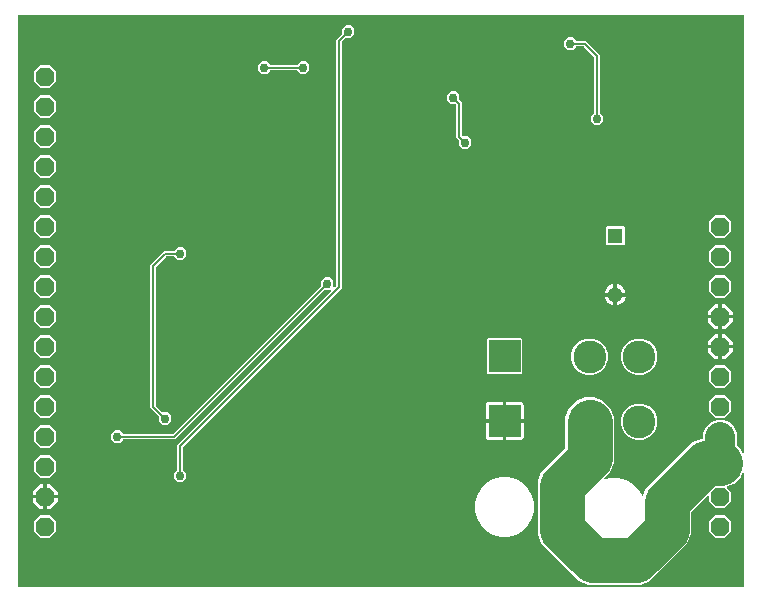
<source format=gbr>
G04 EAGLE Gerber RS-274X export*
G75*
%MOMM*%
%FSLAX34Y34*%
%LPD*%
%INBottom Copper*%
%IPPOS*%
%AMOC8*
5,1,8,0,0,1.08239X$1,22.5*%
G01*
%ADD10P,1.732040X8X22.500000*%
%ADD11C,2.775000*%
%ADD12R,2.705100X2.705100*%
%ADD13R,1.308000X1.308000*%
%ADD14C,1.308000*%
%ADD15C,0.756400*%
%ADD16C,0.152400*%
%ADD17C,2.540000*%
%ADD18C,3.810000*%

G36*
X623898Y10164D02*
X623898Y10164D01*
X623917Y10162D01*
X624019Y10184D01*
X624121Y10200D01*
X624138Y10210D01*
X624158Y10214D01*
X624247Y10267D01*
X624338Y10316D01*
X624352Y10330D01*
X624369Y10340D01*
X624436Y10419D01*
X624508Y10494D01*
X624516Y10512D01*
X624529Y10527D01*
X624568Y10623D01*
X624611Y10717D01*
X624613Y10737D01*
X624621Y10755D01*
X624639Y10922D01*
X624639Y105916D01*
X624624Y106012D01*
X624614Y106109D01*
X624604Y106133D01*
X624600Y106159D01*
X624554Y106245D01*
X624514Y106334D01*
X624497Y106353D01*
X624484Y106376D01*
X624414Y106443D01*
X624348Y106515D01*
X624325Y106527D01*
X624306Y106545D01*
X624218Y106586D01*
X624132Y106633D01*
X624107Y106638D01*
X624083Y106649D01*
X623986Y106660D01*
X623890Y106677D01*
X623864Y106673D01*
X623839Y106676D01*
X623743Y106655D01*
X623647Y106641D01*
X623624Y106629D01*
X623598Y106624D01*
X623515Y106574D01*
X623428Y106530D01*
X623409Y106511D01*
X623387Y106498D01*
X623324Y106424D01*
X623256Y106354D01*
X623240Y106326D01*
X623227Y106311D01*
X623215Y106280D01*
X623175Y106207D01*
X621962Y103280D01*
X616175Y97493D01*
X610640Y95200D01*
X610601Y95176D01*
X610558Y95160D01*
X610497Y95111D01*
X610431Y95070D01*
X610402Y95035D01*
X610366Y95006D01*
X610324Y94941D01*
X610274Y94881D01*
X610258Y94838D01*
X610233Y94799D01*
X610214Y94724D01*
X610186Y94651D01*
X610184Y94605D01*
X610173Y94561D01*
X610179Y94483D01*
X610175Y94406D01*
X610188Y94361D01*
X610192Y94316D01*
X610222Y94244D01*
X610244Y94169D01*
X610270Y94132D01*
X610288Y94089D01*
X610374Y93983D01*
X610384Y93967D01*
X610388Y93964D01*
X610393Y93958D01*
X614046Y90306D01*
X614046Y82414D01*
X608466Y76834D01*
X600574Y76834D01*
X594994Y82414D01*
X594994Y86311D01*
X594993Y86320D01*
X594993Y86325D01*
X594988Y86351D01*
X594983Y86381D01*
X594981Y86453D01*
X594963Y86502D01*
X594955Y86553D01*
X594921Y86617D01*
X594896Y86684D01*
X594864Y86725D01*
X594839Y86771D01*
X594787Y86820D01*
X594743Y86876D01*
X594699Y86904D01*
X594661Y86940D01*
X594596Y86970D01*
X594536Y87009D01*
X594485Y87022D01*
X594438Y87044D01*
X594367Y87052D01*
X594297Y87069D01*
X594245Y87065D01*
X594194Y87071D01*
X594123Y87056D01*
X594052Y87050D01*
X594004Y87030D01*
X593953Y87019D01*
X593892Y86982D01*
X593826Y86954D01*
X593770Y86909D01*
X593742Y86892D01*
X593727Y86875D01*
X593695Y86849D01*
X580198Y73352D01*
X580145Y73278D01*
X580085Y73208D01*
X580073Y73178D01*
X580054Y73152D01*
X580027Y73065D01*
X579993Y72980D01*
X579989Y72939D01*
X579982Y72917D01*
X579983Y72885D01*
X579975Y72814D01*
X579975Y54351D01*
X576842Y46789D01*
X545011Y14958D01*
X537449Y11825D01*
X492431Y11825D01*
X484869Y14958D01*
X453038Y46789D01*
X449905Y54351D01*
X449905Y99369D01*
X453038Y106931D01*
X473142Y127035D01*
X473195Y127109D01*
X473255Y127179D01*
X473267Y127209D01*
X473286Y127235D01*
X473313Y127322D01*
X473347Y127407D01*
X473351Y127448D01*
X473358Y127470D01*
X473357Y127502D01*
X473365Y127574D01*
X473365Y153953D01*
X476498Y161515D01*
X482285Y167302D01*
X489847Y170435D01*
X498033Y170435D01*
X505595Y167302D01*
X511382Y161515D01*
X514515Y153953D01*
X514515Y114643D01*
X511382Y107081D01*
X506742Y102441D01*
X506714Y102402D01*
X506679Y102370D01*
X506643Y102303D01*
X506599Y102241D01*
X506585Y102196D01*
X506562Y102153D01*
X506549Y102079D01*
X506526Y102006D01*
X506528Y101958D01*
X506519Y101911D01*
X506531Y101836D01*
X506533Y101760D01*
X506549Y101715D01*
X506556Y101668D01*
X506591Y101601D01*
X506617Y101529D01*
X506647Y101492D01*
X506669Y101449D01*
X506723Y101397D01*
X506771Y101337D01*
X506811Y101311D01*
X506846Y101278D01*
X506914Y101245D01*
X506978Y101204D01*
X507024Y101193D01*
X507068Y101172D01*
X507143Y101163D01*
X507216Y101144D01*
X507264Y101148D01*
X507312Y101142D01*
X507439Y101162D01*
X507462Y101163D01*
X507468Y101166D01*
X507478Y101168D01*
X511595Y102271D01*
X518285Y102271D01*
X524748Y100539D01*
X530543Y97194D01*
X535274Y92463D01*
X538190Y87411D01*
X538204Y87394D01*
X538213Y87374D01*
X538245Y87339D01*
X538258Y87317D01*
X538287Y87292D01*
X538346Y87221D01*
X538365Y87209D01*
X538380Y87193D01*
X538469Y87144D01*
X538554Y87090D01*
X538576Y87085D01*
X538595Y87074D01*
X538695Y87056D01*
X538794Y87032D01*
X538815Y87034D01*
X538837Y87030D01*
X538938Y87045D01*
X539039Y87054D01*
X539059Y87063D01*
X539080Y87066D01*
X539171Y87112D01*
X539264Y87153D01*
X539280Y87168D01*
X539300Y87178D01*
X539371Y87250D01*
X539446Y87318D01*
X539457Y87337D01*
X539472Y87353D01*
X539553Y87500D01*
X541958Y93306D01*
X581029Y132377D01*
X588591Y135510D01*
X589534Y135510D01*
X589554Y135513D01*
X589573Y135511D01*
X589675Y135533D01*
X589777Y135549D01*
X589794Y135559D01*
X589814Y135563D01*
X589903Y135616D01*
X589994Y135665D01*
X590008Y135679D01*
X590025Y135689D01*
X590092Y135768D01*
X590164Y135843D01*
X590172Y135861D01*
X590185Y135876D01*
X590223Y135972D01*
X590267Y136066D01*
X590269Y136086D01*
X590277Y136104D01*
X590295Y136271D01*
X590295Y139989D01*
X592461Y145218D01*
X596462Y149219D01*
X601691Y151385D01*
X607349Y151385D01*
X612578Y149219D01*
X616579Y145218D01*
X618745Y139989D01*
X618745Y130123D01*
X618759Y130033D01*
X618767Y129942D01*
X618779Y129912D01*
X618784Y129880D01*
X618827Y129799D01*
X618863Y129715D01*
X618889Y129683D01*
X618900Y129663D01*
X618923Y129640D01*
X618968Y129584D01*
X621962Y126590D01*
X623175Y123663D01*
X623226Y123580D01*
X623272Y123494D01*
X623290Y123476D01*
X623304Y123454D01*
X623380Y123392D01*
X623450Y123325D01*
X623474Y123314D01*
X623494Y123297D01*
X623585Y123262D01*
X623673Y123221D01*
X623699Y123218D01*
X623723Y123209D01*
X623821Y123205D01*
X623917Y123194D01*
X623943Y123199D01*
X623969Y123198D01*
X624063Y123225D01*
X624158Y123246D01*
X624180Y123260D01*
X624205Y123267D01*
X624285Y123322D01*
X624369Y123372D01*
X624386Y123392D01*
X624407Y123407D01*
X624466Y123485D01*
X624529Y123559D01*
X624539Y123584D01*
X624554Y123605D01*
X624584Y123697D01*
X624621Y123787D01*
X624624Y123820D01*
X624630Y123838D01*
X624630Y123871D01*
X624639Y123954D01*
X624639Y493778D01*
X624636Y493798D01*
X624638Y493817D01*
X624616Y493919D01*
X624600Y494021D01*
X624590Y494038D01*
X624586Y494058D01*
X624533Y494147D01*
X624484Y494238D01*
X624470Y494252D01*
X624460Y494269D01*
X624381Y494336D01*
X624306Y494408D01*
X624288Y494416D01*
X624273Y494429D01*
X624177Y494468D01*
X624083Y494511D01*
X624063Y494513D01*
X624045Y494521D01*
X623878Y494539D01*
X10922Y494539D01*
X10902Y494536D01*
X10883Y494538D01*
X10781Y494516D01*
X10679Y494500D01*
X10662Y494490D01*
X10642Y494486D01*
X10553Y494433D01*
X10462Y494384D01*
X10448Y494370D01*
X10431Y494360D01*
X10364Y494281D01*
X10292Y494206D01*
X10284Y494188D01*
X10271Y494173D01*
X10232Y494077D01*
X10189Y493983D01*
X10187Y493963D01*
X10179Y493945D01*
X10161Y493778D01*
X10161Y10922D01*
X10164Y10902D01*
X10162Y10883D01*
X10184Y10781D01*
X10200Y10679D01*
X10210Y10662D01*
X10214Y10642D01*
X10267Y10553D01*
X10316Y10462D01*
X10330Y10448D01*
X10340Y10431D01*
X10419Y10364D01*
X10494Y10292D01*
X10512Y10284D01*
X10527Y10271D01*
X10623Y10232D01*
X10717Y10189D01*
X10737Y10187D01*
X10755Y10179D01*
X10922Y10161D01*
X623878Y10161D01*
X623898Y10164D01*
G37*
%LPC*%
G36*
X145122Y98833D02*
X145122Y98833D01*
X142013Y101942D01*
X142013Y106338D01*
X144810Y109135D01*
X144863Y109209D01*
X144923Y109279D01*
X144935Y109309D01*
X144954Y109335D01*
X144981Y109422D01*
X145015Y109507D01*
X145019Y109548D01*
X145026Y109570D01*
X145025Y109602D01*
X145033Y109673D01*
X145033Y130487D01*
X274640Y260094D01*
X274682Y260152D01*
X274731Y260204D01*
X274753Y260251D01*
X274783Y260293D01*
X274804Y260362D01*
X274835Y260427D01*
X274840Y260479D01*
X274856Y260529D01*
X274854Y260600D01*
X274862Y260671D01*
X274851Y260722D01*
X274849Y260774D01*
X274825Y260842D01*
X274810Y260912D01*
X274783Y260956D01*
X274765Y261005D01*
X274720Y261061D01*
X274683Y261123D01*
X274644Y261157D01*
X274611Y261197D01*
X274551Y261236D01*
X274496Y261283D01*
X274448Y261302D01*
X274404Y261330D01*
X274335Y261348D01*
X274268Y261375D01*
X274197Y261383D01*
X274166Y261391D01*
X274142Y261389D01*
X274102Y261393D01*
X270023Y261393D01*
X269932Y261379D01*
X269842Y261371D01*
X269812Y261359D01*
X269780Y261354D01*
X269699Y261311D01*
X269615Y261275D01*
X269583Y261249D01*
X269562Y261238D01*
X269544Y261219D01*
X269542Y261218D01*
X269536Y261212D01*
X269484Y261170D01*
X143187Y134873D01*
X99513Y134873D01*
X99423Y134859D01*
X99332Y134851D01*
X99303Y134839D01*
X99271Y134834D01*
X99190Y134791D01*
X99106Y134755D01*
X99074Y134729D01*
X99053Y134718D01*
X99031Y134695D01*
X98975Y134650D01*
X96178Y131853D01*
X91782Y131853D01*
X88673Y134962D01*
X88673Y139358D01*
X91782Y142467D01*
X96178Y142467D01*
X98975Y139670D01*
X99049Y139617D01*
X99119Y139557D01*
X99149Y139545D01*
X99175Y139526D01*
X99262Y139499D01*
X99347Y139465D01*
X99388Y139461D01*
X99410Y139454D01*
X99442Y139455D01*
X99513Y139447D01*
X140977Y139447D01*
X141068Y139461D01*
X141158Y139469D01*
X141188Y139481D01*
X141220Y139486D01*
X141301Y139529D01*
X141385Y139565D01*
X141417Y139591D01*
X141438Y139602D01*
X141460Y139625D01*
X141516Y139670D01*
X266250Y264404D01*
X266303Y264478D01*
X266363Y264548D01*
X266375Y264578D01*
X266394Y264604D01*
X266421Y264691D01*
X266455Y264776D01*
X266459Y264817D01*
X266466Y264839D01*
X266465Y264871D01*
X266473Y264943D01*
X266473Y268898D01*
X269582Y272007D01*
X273978Y272007D01*
X277087Y268898D01*
X277087Y264378D01*
X277098Y264308D01*
X277100Y264236D01*
X277118Y264187D01*
X277126Y264136D01*
X277160Y264072D01*
X277185Y264005D01*
X277217Y263964D01*
X277242Y263918D01*
X277294Y263869D01*
X277338Y263813D01*
X277382Y263785D01*
X277420Y263749D01*
X277485Y263719D01*
X277545Y263680D01*
X277596Y263667D01*
X277643Y263645D01*
X277714Y263637D01*
X277784Y263620D01*
X277836Y263624D01*
X277887Y263618D01*
X277958Y263633D01*
X278029Y263639D01*
X278077Y263659D01*
X278128Y263670D01*
X278189Y263707D01*
X278255Y263735D01*
X278311Y263780D01*
X278339Y263797D01*
X278354Y263814D01*
X278386Y263840D01*
X279430Y264884D01*
X279483Y264958D01*
X279543Y265028D01*
X279555Y265058D01*
X279574Y265084D01*
X279601Y265171D01*
X279635Y265256D01*
X279639Y265297D01*
X279646Y265319D01*
X279645Y265351D01*
X279653Y265423D01*
X279653Y473387D01*
X281216Y474950D01*
X284030Y477764D01*
X284083Y477838D01*
X284143Y477908D01*
X284155Y477938D01*
X284174Y477964D01*
X284201Y478051D01*
X284235Y478136D01*
X284239Y478177D01*
X284246Y478199D01*
X284245Y478231D01*
X284253Y478302D01*
X284253Y482258D01*
X287362Y485367D01*
X291758Y485367D01*
X294867Y482258D01*
X294867Y477862D01*
X291758Y474753D01*
X287802Y474753D01*
X287712Y474739D01*
X287621Y474731D01*
X287592Y474719D01*
X287560Y474714D01*
X287479Y474671D01*
X287395Y474635D01*
X287363Y474609D01*
X287342Y474598D01*
X287320Y474575D01*
X287264Y474530D01*
X284450Y471716D01*
X284397Y471642D01*
X284337Y471572D01*
X284325Y471542D01*
X284306Y471516D01*
X284279Y471429D01*
X284245Y471344D01*
X284241Y471303D01*
X284234Y471281D01*
X284235Y471249D01*
X284227Y471178D01*
X284227Y263213D01*
X149830Y128816D01*
X149777Y128742D01*
X149717Y128672D01*
X149705Y128642D01*
X149686Y128616D01*
X149659Y128529D01*
X149625Y128444D01*
X149621Y128403D01*
X149614Y128381D01*
X149615Y128349D01*
X149607Y128277D01*
X149607Y109673D01*
X149621Y109583D01*
X149629Y109492D01*
X149641Y109463D01*
X149646Y109431D01*
X149689Y109350D01*
X149725Y109266D01*
X149751Y109234D01*
X149762Y109213D01*
X149785Y109191D01*
X149830Y109135D01*
X152627Y106338D01*
X152627Y101942D01*
X149518Y98833D01*
X145122Y98833D01*
G37*
%LPD*%
%LPC*%
G36*
X418698Y52501D02*
X418698Y52501D01*
X412302Y54215D01*
X406568Y57525D01*
X401886Y62207D01*
X398575Y67941D01*
X396862Y74337D01*
X396862Y80958D01*
X398575Y87354D01*
X401886Y93088D01*
X406568Y97770D01*
X412302Y101081D01*
X418698Y102795D01*
X425319Y102795D01*
X431715Y101081D01*
X437449Y97770D01*
X442131Y93088D01*
X445441Y87354D01*
X447155Y80958D01*
X447155Y74337D01*
X445441Y67941D01*
X442131Y62207D01*
X437449Y57525D01*
X431715Y54215D01*
X425319Y52501D01*
X418698Y52501D01*
G37*
%LPD*%
%LPC*%
G36*
X407851Y190614D02*
X407851Y190614D01*
X406958Y191507D01*
X406958Y219821D01*
X407851Y220714D01*
X436165Y220714D01*
X437059Y219821D01*
X437059Y191507D01*
X436165Y190614D01*
X407851Y190614D01*
G37*
%LPD*%
%LPC*%
G36*
X132422Y147093D02*
X132422Y147093D01*
X129313Y150202D01*
X129313Y154157D01*
X129299Y154248D01*
X129291Y154338D01*
X129279Y154368D01*
X129274Y154400D01*
X129231Y154481D01*
X129195Y154565D01*
X129169Y154597D01*
X129158Y154618D01*
X129135Y154640D01*
X129090Y154696D01*
X122173Y161613D01*
X122173Y282887D01*
X133673Y294387D01*
X141787Y294387D01*
X141877Y294401D01*
X141968Y294409D01*
X141997Y294421D01*
X142029Y294426D01*
X142110Y294469D01*
X142194Y294505D01*
X142226Y294531D01*
X142247Y294542D01*
X142269Y294565D01*
X142325Y294610D01*
X145122Y297407D01*
X149518Y297407D01*
X152627Y294298D01*
X152627Y289902D01*
X149518Y286793D01*
X145122Y286793D01*
X142325Y289590D01*
X142251Y289643D01*
X142181Y289703D01*
X142151Y289715D01*
X142125Y289734D01*
X142038Y289761D01*
X141953Y289795D01*
X141912Y289799D01*
X141890Y289806D01*
X141858Y289805D01*
X141787Y289813D01*
X135883Y289813D01*
X135792Y289799D01*
X135702Y289791D01*
X135672Y289779D01*
X135640Y289774D01*
X135559Y289731D01*
X135475Y289695D01*
X135443Y289669D01*
X135422Y289658D01*
X135400Y289635D01*
X135344Y289590D01*
X126970Y281216D01*
X126917Y281142D01*
X126857Y281072D01*
X126845Y281042D01*
X126826Y281016D01*
X126799Y280929D01*
X126765Y280844D01*
X126761Y280803D01*
X126754Y280781D01*
X126755Y280749D01*
X126747Y280677D01*
X126747Y163823D01*
X126761Y163732D01*
X126769Y163642D01*
X126781Y163612D01*
X126786Y163580D01*
X126829Y163499D01*
X126865Y163415D01*
X126891Y163383D01*
X126902Y163362D01*
X126925Y163340D01*
X126970Y163284D01*
X132324Y157930D01*
X132398Y157877D01*
X132468Y157817D01*
X132498Y157805D01*
X132524Y157786D01*
X132611Y157759D01*
X132696Y157725D01*
X132737Y157721D01*
X132759Y157714D01*
X132791Y157715D01*
X132863Y157707D01*
X136818Y157707D01*
X139927Y154598D01*
X139927Y150202D01*
X136818Y147093D01*
X132422Y147093D01*
G37*
%LPD*%
%LPC*%
G36*
X490877Y189460D02*
X490877Y189460D01*
X485217Y191805D01*
X480885Y196137D01*
X478540Y201797D01*
X478540Y207923D01*
X480885Y213583D01*
X485217Y217915D01*
X490877Y220260D01*
X497003Y220260D01*
X502663Y217915D01*
X506995Y213583D01*
X509340Y207923D01*
X509340Y201797D01*
X506995Y196137D01*
X502663Y191805D01*
X497003Y189460D01*
X490877Y189460D01*
G37*
%LPD*%
%LPC*%
G36*
X532877Y189460D02*
X532877Y189460D01*
X527217Y191805D01*
X522885Y196137D01*
X520540Y201797D01*
X520540Y207923D01*
X522885Y213583D01*
X527217Y217915D01*
X532877Y220260D01*
X539003Y220260D01*
X544663Y217915D01*
X548995Y213583D01*
X551340Y207923D01*
X551340Y201797D01*
X548995Y196137D01*
X544663Y191805D01*
X539003Y189460D01*
X532877Y189460D01*
G37*
%LPD*%
%LPC*%
G36*
X532877Y134460D02*
X532877Y134460D01*
X527217Y136805D01*
X522885Y141137D01*
X520540Y146797D01*
X520540Y152923D01*
X522885Y158583D01*
X527217Y162915D01*
X532877Y165260D01*
X539003Y165260D01*
X544663Y162915D01*
X548995Y158583D01*
X551340Y152923D01*
X551340Y146797D01*
X548995Y141137D01*
X544663Y136805D01*
X539003Y134460D01*
X532877Y134460D01*
G37*
%LPD*%
%LPC*%
G36*
X498182Y401093D02*
X498182Y401093D01*
X495073Y404202D01*
X495073Y408598D01*
X497870Y411395D01*
X497923Y411469D01*
X497983Y411539D01*
X497995Y411569D01*
X498014Y411595D01*
X498041Y411682D01*
X498075Y411767D01*
X498079Y411808D01*
X498086Y411830D01*
X498085Y411862D01*
X498093Y411933D01*
X498093Y458477D01*
X498079Y458568D01*
X498071Y458658D01*
X498059Y458688D01*
X498054Y458720D01*
X498011Y458801D01*
X497975Y458885D01*
X497949Y458917D01*
X497938Y458938D01*
X497915Y458960D01*
X497870Y459016D01*
X489496Y467390D01*
X489422Y467443D01*
X489352Y467503D01*
X489322Y467515D01*
X489296Y467534D01*
X489209Y467561D01*
X489124Y467595D01*
X489083Y467599D01*
X489061Y467606D01*
X489029Y467605D01*
X488957Y467613D01*
X483053Y467613D01*
X482963Y467599D01*
X482872Y467591D01*
X482843Y467579D01*
X482811Y467574D01*
X482730Y467531D01*
X482646Y467495D01*
X482614Y467469D01*
X482593Y467458D01*
X482571Y467435D01*
X482515Y467390D01*
X479718Y464593D01*
X475322Y464593D01*
X472213Y467702D01*
X472213Y472098D01*
X475322Y475207D01*
X479718Y475207D01*
X482515Y472410D01*
X482589Y472357D01*
X482659Y472297D01*
X482689Y472285D01*
X482715Y472266D01*
X482802Y472239D01*
X482887Y472205D01*
X482928Y472201D01*
X482950Y472194D01*
X482982Y472195D01*
X483053Y472187D01*
X491167Y472187D01*
X502667Y460687D01*
X502667Y411933D01*
X502681Y411843D01*
X502689Y411752D01*
X502701Y411723D01*
X502706Y411691D01*
X502749Y411610D01*
X502785Y411526D01*
X502811Y411494D01*
X502822Y411473D01*
X502845Y411451D01*
X502890Y411395D01*
X505687Y408598D01*
X505687Y404202D01*
X502578Y401093D01*
X498182Y401093D01*
G37*
%LPD*%
%LPC*%
G36*
X386422Y380773D02*
X386422Y380773D01*
X383313Y383882D01*
X383313Y387837D01*
X383299Y387928D01*
X383291Y388018D01*
X383279Y388048D01*
X383274Y388080D01*
X383231Y388161D01*
X383195Y388245D01*
X383169Y388277D01*
X383158Y388298D01*
X383135Y388320D01*
X383090Y388376D01*
X381253Y390213D01*
X381253Y417837D01*
X381239Y417928D01*
X381231Y418018D01*
X381219Y418048D01*
X381214Y418080D01*
X381171Y418161D01*
X381135Y418245D01*
X381109Y418277D01*
X381098Y418298D01*
X381075Y418320D01*
X381030Y418376D01*
X380756Y418650D01*
X380682Y418703D01*
X380612Y418763D01*
X380582Y418775D01*
X380556Y418794D01*
X380469Y418821D01*
X380384Y418855D01*
X380343Y418859D01*
X380321Y418866D01*
X380289Y418865D01*
X380217Y418873D01*
X376262Y418873D01*
X373153Y421982D01*
X373153Y426378D01*
X376262Y429487D01*
X380658Y429487D01*
X383767Y426378D01*
X383767Y422423D01*
X383781Y422332D01*
X383789Y422242D01*
X383801Y422212D01*
X383806Y422180D01*
X383849Y422099D01*
X383885Y422015D01*
X383911Y421983D01*
X383922Y421962D01*
X383945Y421940D01*
X383990Y421884D01*
X385827Y420047D01*
X385827Y392423D01*
X385841Y392332D01*
X385849Y392242D01*
X385861Y392212D01*
X385866Y392180D01*
X385909Y392099D01*
X385945Y392015D01*
X385971Y391983D01*
X385982Y391962D01*
X386005Y391940D01*
X386050Y391884D01*
X386324Y391610D01*
X386398Y391557D01*
X386468Y391497D01*
X386498Y391485D01*
X386524Y391466D01*
X386611Y391439D01*
X386696Y391405D01*
X386737Y391401D01*
X386759Y391394D01*
X386791Y391395D01*
X386863Y391387D01*
X390818Y391387D01*
X393927Y388278D01*
X393927Y383882D01*
X390818Y380773D01*
X386422Y380773D01*
G37*
%LPD*%
%LPC*%
G36*
X600574Y178434D02*
X600574Y178434D01*
X594994Y184014D01*
X594994Y191906D01*
X600574Y197486D01*
X608466Y197486D01*
X614046Y191906D01*
X614046Y184014D01*
X608466Y178434D01*
X600574Y178434D01*
G37*
%LPD*%
%LPC*%
G36*
X29074Y432434D02*
X29074Y432434D01*
X23494Y438014D01*
X23494Y445906D01*
X29074Y451486D01*
X36966Y451486D01*
X42546Y445906D01*
X42546Y438014D01*
X36966Y432434D01*
X29074Y432434D01*
G37*
%LPD*%
%LPC*%
G36*
X29074Y407034D02*
X29074Y407034D01*
X23494Y412614D01*
X23494Y420506D01*
X29074Y426086D01*
X36966Y426086D01*
X42546Y420506D01*
X42546Y412614D01*
X36966Y407034D01*
X29074Y407034D01*
G37*
%LPD*%
%LPC*%
G36*
X29074Y381634D02*
X29074Y381634D01*
X23494Y387214D01*
X23494Y395106D01*
X29074Y400686D01*
X36966Y400686D01*
X42546Y395106D01*
X42546Y387214D01*
X36966Y381634D01*
X29074Y381634D01*
G37*
%LPD*%
%LPC*%
G36*
X29074Y356234D02*
X29074Y356234D01*
X23494Y361814D01*
X23494Y369706D01*
X29074Y375286D01*
X36966Y375286D01*
X42546Y369706D01*
X42546Y361814D01*
X36966Y356234D01*
X29074Y356234D01*
G37*
%LPD*%
%LPC*%
G36*
X29074Y330834D02*
X29074Y330834D01*
X23494Y336414D01*
X23494Y344306D01*
X29074Y349886D01*
X36966Y349886D01*
X42546Y344306D01*
X42546Y336414D01*
X36966Y330834D01*
X29074Y330834D01*
G37*
%LPD*%
%LPC*%
G36*
X29074Y305434D02*
X29074Y305434D01*
X23494Y311014D01*
X23494Y318906D01*
X29074Y324486D01*
X36966Y324486D01*
X42546Y318906D01*
X42546Y311014D01*
X36966Y305434D01*
X29074Y305434D01*
G37*
%LPD*%
%LPC*%
G36*
X600574Y305434D02*
X600574Y305434D01*
X594994Y311014D01*
X594994Y318906D01*
X600574Y324486D01*
X608466Y324486D01*
X614046Y318906D01*
X614046Y311014D01*
X608466Y305434D01*
X600574Y305434D01*
G37*
%LPD*%
%LPC*%
G36*
X29074Y178434D02*
X29074Y178434D01*
X23494Y184014D01*
X23494Y191906D01*
X29074Y197486D01*
X36966Y197486D01*
X42546Y191906D01*
X42546Y184014D01*
X36966Y178434D01*
X29074Y178434D01*
G37*
%LPD*%
%LPC*%
G36*
X29074Y280034D02*
X29074Y280034D01*
X23494Y285614D01*
X23494Y293506D01*
X29074Y299086D01*
X36966Y299086D01*
X42546Y293506D01*
X42546Y285614D01*
X36966Y280034D01*
X29074Y280034D01*
G37*
%LPD*%
%LPC*%
G36*
X600574Y280034D02*
X600574Y280034D01*
X594994Y285614D01*
X594994Y293506D01*
X600574Y299086D01*
X608466Y299086D01*
X614046Y293506D01*
X614046Y285614D01*
X608466Y280034D01*
X600574Y280034D01*
G37*
%LPD*%
%LPC*%
G36*
X600574Y254634D02*
X600574Y254634D01*
X594994Y260214D01*
X594994Y268106D01*
X600574Y273686D01*
X608466Y273686D01*
X614046Y268106D01*
X614046Y260214D01*
X608466Y254634D01*
X600574Y254634D01*
G37*
%LPD*%
%LPC*%
G36*
X29074Y254634D02*
X29074Y254634D01*
X23494Y260214D01*
X23494Y268106D01*
X29074Y273686D01*
X36966Y273686D01*
X42546Y268106D01*
X42546Y260214D01*
X36966Y254634D01*
X29074Y254634D01*
G37*
%LPD*%
%LPC*%
G36*
X600574Y153034D02*
X600574Y153034D01*
X594994Y158614D01*
X594994Y166506D01*
X600574Y172086D01*
X608466Y172086D01*
X614046Y166506D01*
X614046Y158614D01*
X608466Y153034D01*
X600574Y153034D01*
G37*
%LPD*%
%LPC*%
G36*
X29074Y153034D02*
X29074Y153034D01*
X23494Y158614D01*
X23494Y166506D01*
X29074Y172086D01*
X36966Y172086D01*
X42546Y166506D01*
X42546Y158614D01*
X36966Y153034D01*
X29074Y153034D01*
G37*
%LPD*%
%LPC*%
G36*
X29074Y127634D02*
X29074Y127634D01*
X23494Y133214D01*
X23494Y141106D01*
X29074Y146686D01*
X36966Y146686D01*
X42546Y141106D01*
X42546Y133214D01*
X36966Y127634D01*
X29074Y127634D01*
G37*
%LPD*%
%LPC*%
G36*
X29074Y102234D02*
X29074Y102234D01*
X23494Y107814D01*
X23494Y115706D01*
X29074Y121286D01*
X36966Y121286D01*
X42546Y115706D01*
X42546Y107814D01*
X36966Y102234D01*
X29074Y102234D01*
G37*
%LPD*%
%LPC*%
G36*
X600574Y51434D02*
X600574Y51434D01*
X594994Y57014D01*
X594994Y64906D01*
X600574Y70486D01*
X608466Y70486D01*
X614046Y64906D01*
X614046Y57014D01*
X608466Y51434D01*
X600574Y51434D01*
G37*
%LPD*%
%LPC*%
G36*
X29074Y229234D02*
X29074Y229234D01*
X23494Y234814D01*
X23494Y242706D01*
X29074Y248286D01*
X36966Y248286D01*
X42546Y242706D01*
X42546Y234814D01*
X36966Y229234D01*
X29074Y229234D01*
G37*
%LPD*%
%LPC*%
G36*
X29074Y51434D02*
X29074Y51434D01*
X23494Y57014D01*
X23494Y64906D01*
X29074Y70486D01*
X36966Y70486D01*
X42546Y64906D01*
X42546Y57014D01*
X36966Y51434D01*
X29074Y51434D01*
G37*
%LPD*%
%LPC*%
G36*
X29074Y203834D02*
X29074Y203834D01*
X23494Y209414D01*
X23494Y217306D01*
X29074Y222886D01*
X36966Y222886D01*
X42546Y217306D01*
X42546Y209414D01*
X36966Y203834D01*
X29074Y203834D01*
G37*
%LPD*%
%LPC*%
G36*
X216242Y444273D02*
X216242Y444273D01*
X213133Y447382D01*
X213133Y451778D01*
X216242Y454887D01*
X220638Y454887D01*
X223435Y452090D01*
X223509Y452037D01*
X223579Y451977D01*
X223609Y451965D01*
X223635Y451946D01*
X223722Y451919D01*
X223807Y451885D01*
X223848Y451881D01*
X223870Y451874D01*
X223902Y451875D01*
X223973Y451867D01*
X245927Y451867D01*
X246017Y451881D01*
X246108Y451889D01*
X246137Y451901D01*
X246169Y451906D01*
X246250Y451949D01*
X246334Y451985D01*
X246366Y452011D01*
X246387Y452022D01*
X246409Y452045D01*
X246465Y452090D01*
X249262Y454887D01*
X253658Y454887D01*
X256767Y451778D01*
X256767Y447382D01*
X253658Y444273D01*
X249262Y444273D01*
X246465Y447070D01*
X246391Y447123D01*
X246321Y447183D01*
X246291Y447195D01*
X246265Y447214D01*
X246178Y447241D01*
X246093Y447275D01*
X246052Y447279D01*
X246030Y447286D01*
X245998Y447285D01*
X245927Y447293D01*
X223973Y447293D01*
X223883Y447279D01*
X223792Y447271D01*
X223763Y447259D01*
X223731Y447254D01*
X223650Y447211D01*
X223566Y447175D01*
X223534Y447149D01*
X223513Y447138D01*
X223491Y447115D01*
X223435Y447070D01*
X220638Y444273D01*
X216242Y444273D01*
G37*
%LPD*%
%LPC*%
G36*
X508448Y299275D02*
X508448Y299275D01*
X507555Y300168D01*
X507555Y314512D01*
X508448Y315405D01*
X522792Y315405D01*
X523685Y314512D01*
X523685Y300168D01*
X522792Y299275D01*
X508448Y299275D01*
G37*
%LPD*%
%LPC*%
G36*
X423532Y152069D02*
X423532Y152069D01*
X423532Y166612D01*
X435868Y166612D01*
X436515Y166439D01*
X437094Y166104D01*
X437567Y165631D01*
X437901Y165052D01*
X438075Y164406D01*
X438075Y152069D01*
X423532Y152069D01*
G37*
%LPD*%
%LPC*%
G36*
X423532Y134480D02*
X423532Y134480D01*
X423532Y149023D01*
X438075Y149023D01*
X438075Y136686D01*
X437901Y136040D01*
X437567Y135460D01*
X437094Y134987D01*
X436515Y134653D01*
X435868Y134480D01*
X423532Y134480D01*
G37*
%LPD*%
%LPC*%
G36*
X405942Y152069D02*
X405942Y152069D01*
X405942Y164406D01*
X406115Y165052D01*
X406450Y165631D01*
X406923Y166104D01*
X407502Y166439D01*
X408148Y166612D01*
X420485Y166612D01*
X420485Y152069D01*
X405942Y152069D01*
G37*
%LPD*%
%LPC*%
G36*
X408148Y134480D02*
X408148Y134480D01*
X407502Y134653D01*
X406923Y134987D01*
X406450Y135460D01*
X406115Y136040D01*
X405942Y136686D01*
X405942Y149023D01*
X420485Y149023D01*
X420485Y134480D01*
X408148Y134480D01*
G37*
%LPD*%
%LPC*%
G36*
X606043Y214883D02*
X606043Y214883D01*
X606043Y223902D01*
X608887Y223902D01*
X615062Y217727D01*
X615062Y214883D01*
X606043Y214883D01*
G37*
%LPD*%
%LPC*%
G36*
X606043Y240283D02*
X606043Y240283D01*
X606043Y249302D01*
X608887Y249302D01*
X615062Y243127D01*
X615062Y240283D01*
X606043Y240283D01*
G37*
%LPD*%
%LPC*%
G36*
X34543Y87883D02*
X34543Y87883D01*
X34543Y96902D01*
X37387Y96902D01*
X43562Y90727D01*
X43562Y87883D01*
X34543Y87883D01*
G37*
%LPD*%
%LPC*%
G36*
X593978Y214883D02*
X593978Y214883D01*
X593978Y217727D01*
X600153Y223902D01*
X602997Y223902D01*
X602997Y214883D01*
X593978Y214883D01*
G37*
%LPD*%
%LPC*%
G36*
X606043Y228218D02*
X606043Y228218D01*
X606043Y237237D01*
X615062Y237237D01*
X615062Y234393D01*
X608887Y228218D01*
X606043Y228218D01*
G37*
%LPD*%
%LPC*%
G36*
X593978Y240283D02*
X593978Y240283D01*
X593978Y243127D01*
X600153Y249302D01*
X602997Y249302D01*
X602997Y240283D01*
X593978Y240283D01*
G37*
%LPD*%
%LPC*%
G36*
X606043Y202818D02*
X606043Y202818D01*
X606043Y211837D01*
X615062Y211837D01*
X615062Y208993D01*
X608887Y202818D01*
X606043Y202818D01*
G37*
%LPD*%
%LPC*%
G36*
X22478Y87883D02*
X22478Y87883D01*
X22478Y90727D01*
X28653Y96902D01*
X31497Y96902D01*
X31497Y87883D01*
X22478Y87883D01*
G37*
%LPD*%
%LPC*%
G36*
X34543Y75818D02*
X34543Y75818D01*
X34543Y84837D01*
X43562Y84837D01*
X43562Y81993D01*
X37387Y75818D01*
X34543Y75818D01*
G37*
%LPD*%
%LPC*%
G36*
X600153Y228218D02*
X600153Y228218D01*
X593978Y234393D01*
X593978Y237237D01*
X602997Y237237D01*
X602997Y228218D01*
X600153Y228218D01*
G37*
%LPD*%
%LPC*%
G36*
X28653Y75818D02*
X28653Y75818D01*
X22478Y81993D01*
X22478Y84837D01*
X31497Y84837D01*
X31497Y75818D01*
X28653Y75818D01*
G37*
%LPD*%
%LPC*%
G36*
X600153Y202818D02*
X600153Y202818D01*
X593978Y208993D01*
X593978Y211837D01*
X602997Y211837D01*
X602997Y202818D01*
X600153Y202818D01*
G37*
%LPD*%
%LPC*%
G36*
X517143Y258863D02*
X517143Y258863D01*
X517143Y266296D01*
X518269Y266072D01*
X519921Y265387D01*
X521409Y264393D01*
X522673Y263129D01*
X523667Y261641D01*
X524352Y259989D01*
X524576Y258863D01*
X517143Y258863D01*
G37*
%LPD*%
%LPC*%
G36*
X506664Y258863D02*
X506664Y258863D01*
X506888Y259989D01*
X507573Y261641D01*
X508567Y263129D01*
X509831Y264393D01*
X511319Y265387D01*
X512971Y266072D01*
X514097Y266296D01*
X514097Y258863D01*
X506664Y258863D01*
G37*
%LPD*%
%LPC*%
G36*
X517143Y255817D02*
X517143Y255817D01*
X524576Y255817D01*
X524352Y254691D01*
X523667Y253039D01*
X522673Y251551D01*
X521409Y250287D01*
X519921Y249293D01*
X518269Y248608D01*
X517143Y248384D01*
X517143Y255817D01*
G37*
%LPD*%
%LPC*%
G36*
X512971Y248608D02*
X512971Y248608D01*
X511319Y249293D01*
X509831Y250287D01*
X508567Y251551D01*
X507573Y253039D01*
X506888Y254691D01*
X506664Y255817D01*
X514097Y255817D01*
X514097Y248384D01*
X512971Y248608D01*
G37*
%LPD*%
%LPC*%
G36*
X515619Y257339D02*
X515619Y257339D01*
X515619Y257341D01*
X515621Y257341D01*
X515621Y257339D01*
X515619Y257339D01*
G37*
%LPD*%
%LPC*%
G36*
X604519Y238759D02*
X604519Y238759D01*
X604519Y238761D01*
X604521Y238761D01*
X604521Y238759D01*
X604519Y238759D01*
G37*
%LPD*%
%LPC*%
G36*
X422007Y150545D02*
X422007Y150545D01*
X422007Y150547D01*
X422009Y150547D01*
X422009Y150545D01*
X422007Y150545D01*
G37*
%LPD*%
%LPC*%
G36*
X604519Y213359D02*
X604519Y213359D01*
X604519Y213361D01*
X604521Y213361D01*
X604521Y213359D01*
X604519Y213359D01*
G37*
%LPD*%
%LPC*%
G36*
X33019Y86359D02*
X33019Y86359D01*
X33019Y86361D01*
X33021Y86361D01*
X33021Y86359D01*
X33019Y86359D01*
G37*
%LPD*%
D10*
X33020Y60960D03*
X33020Y86360D03*
X33020Y111760D03*
X33020Y137160D03*
X33020Y162560D03*
X33020Y187960D03*
X33020Y213360D03*
X33020Y238760D03*
X33020Y264160D03*
X33020Y289560D03*
X33020Y314960D03*
X33020Y340360D03*
X33020Y365760D03*
X33020Y391160D03*
X33020Y416560D03*
X33020Y441960D03*
X604520Y60960D03*
X604520Y86360D03*
X604520Y111760D03*
X604520Y137160D03*
X604520Y162560D03*
X604520Y187960D03*
X604520Y213360D03*
X604520Y238760D03*
X604520Y264160D03*
X604520Y289560D03*
X604520Y314960D03*
D11*
X535940Y149860D03*
X493940Y149860D03*
X535940Y204860D03*
X493940Y204860D03*
D12*
X422008Y150546D03*
X422008Y205664D03*
D13*
X515620Y307340D03*
D14*
X515620Y257340D03*
D15*
X271780Y266700D03*
D16*
X142240Y137160D01*
X93980Y137160D01*
D15*
X93980Y137160D03*
X261620Y347980D03*
X86360Y381000D03*
X190500Y345440D03*
X200660Y287020D03*
X86360Y342900D03*
X317500Y429260D03*
X307340Y365760D03*
X551180Y426720D03*
X121920Y86360D03*
X368300Y482600D03*
X604520Y368300D03*
X220980Y165100D03*
X378460Y360680D03*
X363220Y251460D03*
X373380Y58420D03*
X182880Y205740D03*
X187960Y81280D03*
X68580Y322580D03*
X86360Y454660D03*
X375920Y167640D03*
X210820Y431800D03*
X375920Y447040D03*
X177800Y289560D03*
X487680Y398780D03*
X170180Y238760D03*
X431800Y330200D03*
X576580Y259080D03*
X134620Y152400D03*
D16*
X124460Y162560D02*
X124460Y281940D01*
X124460Y162560D02*
X134620Y152400D01*
X134620Y292100D02*
X147320Y292100D01*
X134620Y292100D02*
X124460Y281940D01*
D15*
X147320Y292100D03*
X147320Y104140D03*
D16*
X147320Y129540D02*
X281940Y264160D01*
X147320Y129540D02*
X147320Y104140D01*
X281940Y472440D02*
X289560Y480060D01*
X281940Y472440D02*
X281940Y264160D01*
D15*
X289560Y480060D03*
X477520Y469900D03*
D16*
X490220Y469900D02*
X500380Y459740D01*
X490220Y469900D02*
X477520Y469900D01*
X500380Y459740D02*
X500380Y406400D01*
D15*
X500380Y406400D03*
X218440Y449580D03*
D16*
X251460Y449580D01*
D15*
X251460Y449580D03*
X378460Y424180D03*
D16*
X383540Y419100D01*
X383540Y391160D01*
X388620Y386080D01*
D15*
X388620Y386080D03*
D17*
X604520Y114935D02*
X604520Y111760D01*
X604520Y114935D02*
X604520Y137160D01*
D18*
X470480Y95276D02*
X470480Y58444D01*
X496524Y32400D01*
X533356Y32400D01*
X559400Y58444D01*
X592684Y114935D02*
X604520Y114935D01*
X559400Y81651D02*
X559400Y58444D01*
X559400Y81651D02*
X592684Y114935D01*
X493940Y118736D02*
X493940Y149860D01*
X493940Y118736D02*
X470480Y95276D01*
M02*

</source>
